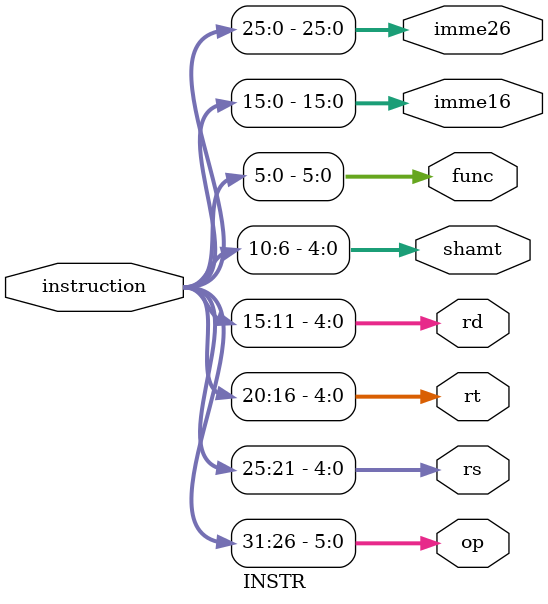
<source format=v>
module INSTR(
input [31:0]instruction,
output [5:0]op,
output [4:0]rs,
output [4:0]rt,
output [4:0]rd,
output [4:0]shamt,
output [5:0]func,
output [15:0]imme16,
output [25:0]imme26
    );

assign op=instruction[31:26];
assign rs=instruction[25:21];
assign rt=instruction[20:16];
assign rd=instruction[15:11];
assign shamt=instruction[10:6];
assign func=instruction[5:0];
assign imme16=instruction[15:0];
assign imme26=instruction[25:0];

endmodule

</source>
